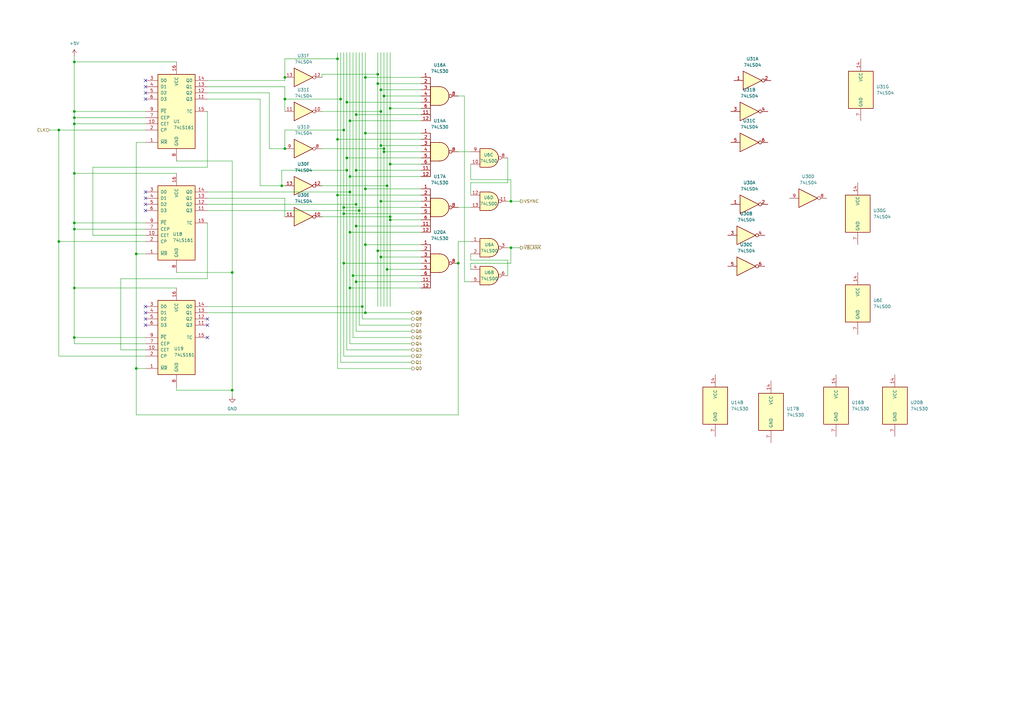
<source format=kicad_sch>
(kicad_sch (version 20250114) (generator "eeschema") (generator_version "9.0")
  (paper "A3")
  (title_block (title "Custom GPU") (date "2025-10-06") (rev "1"))
  (lib_symbols
    (symbol "74xx:74LS00" (pin_names (offset 1.016))
      (property "Reference" "U" (at 0 1.27 0))
      (property "Value" "74LS00" (at 0 -1.27 0))
      (symbol "74LS00_1_1"
        (arc (start 0 3.81) (mid 3.7934 0) (end 0 -3.81) (stroke (width 0.254)) (fill (type background)))
        (polyline (pts (xy 0 3.81) (xy -3.81 3.81) (xy -3.81 -3.81) (xy 0 -3.81)) (stroke (width 0.254)) (fill (type background)))
        (pin input line (at -7.62 2.54 0) (length 3.81) (name "~") (number "1"))
        (pin input line (at -7.62 -2.54 0) (length 3.81) (name "~") (number "2"))
        (pin output inverted (at 7.62 0 180) (length 3.81) (name "~") (number "3"))
      )
      (symbol "74LS00_1_2"
        (arc (start -3.81 3.81) (mid -2.589 0) (end -3.81 -3.81) (stroke (width 0.254)))
        (polyline (pts (xy -3.81 3.81) (xy -0.635 3.81)) (stroke (width 0.254)) (fill (type background)))
        (polyline (pts (xy -3.81 -3.81) (xy -0.635 -3.81)) (stroke (width 0.254)) (fill (type background)))
        (arc (start 3.81 0) (mid 2.1855 -2.584) (end -0.6096 -3.81) (stroke (width 0.254)) (fill (type background)))
        (arc (start -0.6096 3.81) (mid 2.1928 2.5924) (end 3.81 0) (stroke (width 0.254)) (fill (type background)))
        (polyline (pts (xy -0.635 3.81) (xy -3.81 3.81) (xy -3.81 3.81) (xy -3.556 3.4036) (xy -3.0226 2.2606) (xy -2.6924 1.0414) (xy -2.6162 -0.254) (xy -2.7686 -1.4986) (xy -3.175 -2.7178) (xy -3.81 -3.81) (xy -3.81 -3.81) (xy -0.635 -3.81)) (stroke (width -25.4)) (fill (type background)))
        (pin input inverted (at -7.62 2.54 0) (length 4.318) (name "~") (number "1"))
        (pin input inverted (at -7.62 -2.54 0) (length 4.318) (name "~") (number "2"))
        (pin output line (at 7.62 0 180) (length 3.81) (name "~") (number "3"))
      )
      (symbol "74LS00_2_1"
        (arc (start 0 3.81) (mid 3.7934 0) (end 0 -3.81) (stroke (width 0.254)) (fill (type background)))
        (polyline (pts (xy 0 3.81) (xy -3.81 3.81) (xy -3.81 -3.81) (xy 0 -3.81)) (stroke (width 0.254)) (fill (type background)))
        (pin input line (at -7.62 2.54 0) (length 3.81) (name "~") (number "4"))
        (pin input line (at -7.62 -2.54 0) (length 3.81) (name "~") (number "5"))
        (pin output inverted (at 7.62 0 180) (length 3.81) (name "~") (number "6"))
      )
      (symbol "74LS00_2_2"
        (arc (start -3.81 3.81) (mid -2.589 0) (end -3.81 -3.81) (stroke (width 0.254)))
        (polyline (pts (xy -3.81 3.81) (xy -0.635 3.81)) (stroke (width 0.254)) (fill (type background)))
        (polyline (pts (xy -3.81 -3.81) (xy -0.635 -3.81)) (stroke (width 0.254)) (fill (type background)))
        (arc (start 3.81 0) (mid 2.1855 -2.584) (end -0.6096 -3.81) (stroke (width 0.254)) (fill (type background)))
        (arc (start -0.6096 3.81) (mid 2.1928 2.5924) (end 3.81 0) (stroke (width 0.254)) (fill (type background)))
        (polyline (pts (xy -0.635 3.81) (xy -3.81 3.81) (xy -3.81 3.81) (xy -3.556 3.4036) (xy -3.0226 2.2606) (xy -2.6924 1.0414) (xy -2.6162 -0.254) (xy -2.7686 -1.4986) (xy -3.175 -2.7178) (xy -3.81 -3.81) (xy -3.81 -3.81) (xy -0.635 -3.81)) (stroke (width -25.4)) (fill (type background)))
        (pin input inverted (at -7.62 2.54 0) (length 4.318) (name "~") (number "4"))
        (pin input inverted (at -7.62 -2.54 0) (length 4.318) (name "~") (number "5"))
        (pin output line (at 7.62 0 180) (length 3.81) (name "~") (number "6"))
      )
      (symbol "74LS00_3_1"
        (arc (start 0 3.81) (mid 3.7934 0) (end 0 -3.81) (stroke (width 0.254)) (fill (type background)))
        (polyline (pts (xy 0 3.81) (xy -3.81 3.81) (xy -3.81 -3.81) (xy 0 -3.81)) (stroke (width 0.254)) (fill (type background)))
        (pin input line (at -7.62 2.54 0) (length 3.81) (name "~") (number "9"))
        (pin input line (at -7.62 -2.54 0) (length 3.81) (name "~") (number "10"))
        (pin output inverted (at 7.62 0 180) (length 3.81) (name "~") (number "8"))
      )
      (symbol "74LS00_3_2"
        (arc (start -3.81 3.81) (mid -2.589 0) (end -3.81 -3.81) (stroke (width 0.254)))
        (polyline (pts (xy -3.81 3.81) (xy -0.635 3.81)) (stroke (width 0.254)) (fill (type background)))
        (polyline (pts (xy -3.81 -3.81) (xy -0.635 -3.81)) (stroke (width 0.254)) (fill (type background)))
        (arc (start 3.81 0) (mid 2.1855 -2.584) (end -0.6096 -3.81) (stroke (width 0.254)) (fill (type background)))
        (arc (start -0.6096 3.81) (mid 2.1928 2.5924) (end 3.81 0) (stroke (width 0.254)) (fill (type background)))
        (polyline (pts (xy -0.635 3.81) (xy -3.81 3.81) (xy -3.81 3.81) (xy -3.556 3.4036) (xy -3.0226 2.2606) (xy -2.6924 1.0414) (xy -2.6162 -0.254) (xy -2.7686 -1.4986) (xy -3.175 -2.7178) (xy -3.81 -3.81) (xy -3.81 -3.81) (xy -0.635 -3.81)) (stroke (width -25.4)) (fill (type background)))
        (pin input inverted (at -7.62 2.54 0) (length 4.318) (name "~") (number "9"))
        (pin input inverted (at -7.62 -2.54 0) (length 4.318) (name "~") (number "10"))
        (pin output line (at 7.62 0 180) (length 3.81) (name "~") (number "8"))
      )
      (symbol "74LS00_4_1"
        (arc (start 0 3.81) (mid 3.7934 0) (end 0 -3.81) (stroke (width 0.254)) (fill (type background)))
        (polyline (pts (xy 0 3.81) (xy -3.81 3.81) (xy -3.81 -3.81) (xy 0 -3.81)) (stroke (width 0.254)) (fill (type background)))
        (pin input line (at -7.62 2.54 0) (length 3.81) (name "~") (number "12"))
        (pin input line (at -7.62 -2.54 0) (length 3.81) (name "~") (number "13"))
        (pin output inverted (at 7.62 0 180) (length 3.81) (name "~") (number "11"))
      )
      (symbol "74LS00_4_2"
        (arc (start -3.81 3.81) (mid -2.589 0) (end -3.81 -3.81) (stroke (width 0.254)))
        (polyline (pts (xy -3.81 3.81) (xy -0.635 3.81)) (stroke (width 0.254)) (fill (type background)))
        (polyline (pts (xy -3.81 -3.81) (xy -0.635 -3.81)) (stroke (width 0.254)) (fill (type background)))
        (arc (start 3.81 0) (mid 2.1855 -2.584) (end -0.6096 -3.81) (stroke (width 0.254)) (fill (type background)))
        (arc (start -0.6096 3.81) (mid 2.1928 2.5924) (end 3.81 0) (stroke (width 0.254)) (fill (type background)))
        (polyline (pts (xy -0.635 3.81) (xy -3.81 3.81) (xy -3.81 3.81) (xy -3.556 3.4036) (xy -3.0226 2.2606) (xy -2.6924 1.0414) (xy -2.6162 -0.254) (xy -2.7686 -1.4986) (xy -3.175 -2.7178) (xy -3.81 -3.81) (xy -3.81 -3.81) (xy -0.635 -3.81)) (stroke (width -25.4)) (fill (type background)))
        (pin input inverted (at -7.62 2.54 0) (length 4.318) (name "~") (number "12"))
        (pin input inverted (at -7.62 -2.54 0) (length 4.318) (name "~") (number "13"))
        (pin output line (at 7.62 0 180) (length 3.81) (name "~") (number "11"))
      )
      (symbol "74LS00_5_0"
        (pin power_in line (at 0 12.7 270) (length 5.08) (name "VCC") (number "14"))
        (pin power_in line (at 0 -12.7 90) (length 5.08) (name "GND") (number "7"))
      )
      (symbol "74LS00_5_1"
        (rectangle (start -5.08 7.62) (end 5.08 -7.62) (stroke (width 0.254)) (fill (type background)))
      )
    )
    (symbol "74xx:74LS04"
      (property "Reference" "U" (at 0 1.27 0))
      (property "Value" "74LS04" (at 0 -1.27 0))
      (symbol "74LS04_1_0"
        (polyline (pts (xy -3.81 3.81) (xy -3.81 -3.81) (xy 3.81 0) (xy -3.81 3.81)) (stroke (width 0.254)) (fill (type background)))
        (pin input line (at -7.62 0 0) (length 3.81) (name "~") (number "1"))
        (pin output inverted (at 7.62 0 180) (length 3.81) (name "~") (number "2"))
      )
      (symbol "74LS04_2_0"
        (polyline (pts (xy -3.81 3.81) (xy -3.81 -3.81) (xy 3.81 0) (xy -3.81 3.81)) (stroke (width 0.254)) (fill (type background)))
        (pin input line (at -7.62 0 0) (length 3.81) (name "~") (number "3"))
        (pin output inverted (at 7.62 0 180) (length 3.81) (name "~") (number "4"))
      )
      (symbol "74LS04_3_0"
        (polyline (pts (xy -3.81 3.81) (xy -3.81 -3.81) (xy 3.81 0) (xy -3.81 3.81)) (stroke (width 0.254)) (fill (type background)))
        (pin input line (at -7.62 0 0) (length 3.81) (name "~") (number "5"))
        (pin output inverted (at 7.62 0 180) (length 3.81) (name "~") (number "6"))
      )
      (symbol "74LS04_4_0"
        (polyline (pts (xy -3.81 3.81) (xy -3.81 -3.81) (xy 3.81 0) (xy -3.81 3.81)) (stroke (width 0.254)) (fill (type background)))
        (pin input line (at -7.62 0 0) (length 3.81) (name "~") (number "9"))
        (pin output inverted (at 7.62 0 180) (length 3.81) (name "~") (number "8"))
      )
      (symbol "74LS04_5_0"
        (polyline (pts (xy -3.81 3.81) (xy -3.81 -3.81) (xy 3.81 0) (xy -3.81 3.81)) (stroke (width 0.254)) (fill (type background)))
        (pin input line (at -7.62 0 0) (length 3.81) (name "~") (number "11"))
        (pin output inverted (at 7.62 0 180) (length 3.81) (name "~") (number "10"))
      )
      (symbol "74LS04_6_0"
        (polyline (pts (xy -3.81 3.81) (xy -3.81 -3.81) (xy 3.81 0) (xy -3.81 3.81)) (stroke (width 0.254)) (fill (type background)))
        (pin input line (at -7.62 0 0) (length 3.81) (name "~") (number "13"))
        (pin output inverted (at 7.62 0 180) (length 3.81) (name "~") (number "12"))
      )
      (symbol "74LS04_7_0"
        (pin power_in line (at 0 12.7 270) (length 5.08) (name "VCC") (number "14"))
        (pin power_in line (at 0 -12.7 90) (length 5.08) (name "GND") (number "7"))
      )
      (symbol "74LS04_7_1"
        (rectangle (start -5.08 7.62) (end 5.08 -7.62) (stroke (width 0.254)) (fill (type background)))
      )
    )
    (symbol "74xx:74LS161" (pin_names (offset 1.016))
      (property "Reference" "U" (at -7.62 16.51 0))
      (property "Value" "74LS161" (at -7.62 -16.51 0))
      (symbol "74LS161_1_0"
        (pin input line (at -12.7 12.7 0) (length 5.08) (name "D0") (number "3"))
        (pin input line (at -12.7 10.16 0) (length 5.08) (name "D1") (number "4"))
        (pin input line (at -12.7 7.62 0) (length 5.08) (name "D2") (number "5"))
        (pin input line (at -12.7 5.08 0) (length 5.08) (name "D3") (number "6"))
        (pin input line (at -12.7 0 0) (length 5.08) (name "~{PE}") (number "9"))
        (pin input line (at -12.7 -2.54 0) (length 5.08) (name "CEP") (number "7"))
        (pin input line (at -12.7 -5.08 0) (length 5.08) (name "CET") (number "10"))
        (pin input line (at -12.7 -7.62 0) (length 5.08) (name "CP") (number "2"))
        (pin input line (at -12.7 -12.7 0) (length 5.08) (name "~{MR}") (number "1"))
        (pin power_in line (at 0 20.32 270) (length 5.08) (name "VCC") (number "16"))
        (pin power_in line (at 0 -20.32 90) (length 5.08) (name "GND") (number "8"))
        (pin output line (at 12.7 12.7 180) (length 5.08) (name "Q0") (number "14"))
        (pin output line (at 12.7 10.16 180) (length 5.08) (name "Q1") (number "13"))
        (pin output line (at 12.7 7.62 180) (length 5.08) (name "Q2") (number "12"))
        (pin output line (at 12.7 5.08 180) (length 5.08) (name "Q3") (number "11"))
        (pin output line (at 12.7 0 180) (length 5.08) (name "TC") (number "15"))
      )
      (symbol "74LS161_1_1"
        (rectangle (start -7.62 15.24) (end 7.62 -15.24) (stroke (width 0.254)) (fill (type background)))
      )
    )
    (symbol "74xx:74LS30" (pin_names (offset 1.016))
      (property "Reference" "U" (at 0 1.27 0))
      (property "Value" "74LS30" (at 0 -1.27 0))
      (symbol "74LS30_1_1"
        (polyline (pts (xy -3.81 7.62) (xy -3.81 -10.16)) (stroke (width 0.254)))
        (arc (start 0 3.81) (mid 3.7934 0) (end 0 -3.81) (stroke (width 0.254)) (fill (type background)))
        (polyline (pts (xy 0 3.81) (xy -3.81 3.81) (xy -3.81 -3.81) (xy 0 -3.81)) (stroke (width 0.254)) (fill (type background)))
        (pin input line (at -7.62 7.62 0) (length 3.81) (name "~") (number "1"))
        (pin input line (at -7.62 5.08 0) (length 3.81) (name "~") (number "2"))
        (pin input line (at -7.62 2.54 0) (length 3.81) (name "~") (number "3"))
        (pin input line (at -7.62 0 0) (length 3.81) (name "~") (number "4"))
        (pin input line (at -7.62 -2.54 0) (length 3.81) (name "~") (number "5"))
        (pin input line (at -7.62 -5.08 0) (length 3.81) (name "~") (number "6"))
        (pin input line (at -7.62 -7.62 0) (length 3.81) (name "~") (number "11"))
        (pin input line (at -7.62 -10.16 0) (length 3.81) (name "~") (number "12"))
        (pin output inverted (at 7.62 0 180) (length 3.81) (name "~") (number "8"))
      )
      (symbol "74LS30_1_2"
        (arc (start -3.81 3.81) (mid -2.589 0) (end -3.81 -3.81) (stroke (width 0.254)))
        (polyline (pts (xy -3.81 7.62) (xy -3.81 3.81)) (stroke (width 0.254)))
        (polyline (pts (xy -3.81 3.81) (xy -0.635 3.81)) (stroke (width 0.254)) (fill (type background)))
        (polyline (pts (xy -3.81 -3.81) (xy -3.81 -10.16)) (stroke (width 0.254)))
        (polyline (pts (xy -3.81 -3.81) (xy -0.635 -3.81)) (stroke (width 0.254)) (fill (type background)))
        (arc (start 3.81 0) (mid 2.1855 -2.584) (end -0.6096 -3.81) (stroke (width 0.254)) (fill (type background)))
        (arc (start -0.6096 3.81) (mid 2.1928 2.5924) (end 3.81 0) (stroke (width 0.254)) (fill (type background)))
        (polyline (pts (xy -0.635 3.81) (xy -3.81 3.81) (xy -3.81 3.81) (xy -3.556 3.4036) (xy -3.0226 2.2606) (xy -2.6924 1.0414) (xy -2.6162 -0.254) (xy -2.7686 -1.4986) (xy -3.175 -2.7178) (xy -3.81 -3.81) (xy -3.81 -3.81) (xy -0.635 -3.81)) (stroke (width -25.4)) (fill (type background)))
        (pin input inverted (at -7.62 7.62 0) (length 3.81) (name "~") (number "1"))
        (pin input inverted (at -7.62 5.08 0) (length 3.81) (name "~") (number "2"))
        (pin input inverted (at -7.62 2.54 0) (length 4.5466) (name "~") (number "3"))
        (pin input inverted (at -7.62 0 0) (length 5.08) (name "~") (number "4"))
        (pin input inverted (at -7.62 -2.54 0) (length 4.5466) (name "~") (number "5"))
        (pin input inverted (at -7.62 -5.08 0) (length 3.81) (name "~") (number "6"))
        (pin input inverted (at -7.62 -7.62 0) (length 3.81) (name "~") (number "11"))
        (pin input inverted (at -7.62 -10.16 0) (length 3.81) (name "~") (number "12"))
        (pin output line (at 7.62 0 180) (length 3.81) (name "~") (number "8"))
      )
      (symbol "74LS30_2_0"
        (pin power_in line (at 0 12.7 270) (length 5.08) (name "VCC") (number "14"))
        (pin power_in line (at 0 -12.7 90) (length 5.08) (name "GND") (number "7"))
      )
      (symbol "74LS30_2_1"
        (rectangle (start -5.08 7.62) (end 5.08 -7.62) (stroke (width 0.254)) (fill (type background)))
      )
    )
    (symbol "power:+5V" (power) (pin_numbers (hide yes)) (pin_names (offset 0) (hide yes))
      (property "Value" "+5V" (at 0 3.556 0))
      (symbol "+5V_0_1"
        (polyline (pts (xy -0.762 1.27) (xy 0 2.54)))
        (polyline (pts (xy 0 2.54) (xy 0.762 1.27)))
        (polyline (pts (xy 0 0) (xy 0 2.54)))
      )
      (symbol "+5V_1_1"
        (pin power_in line (at 0 0 90) (length 0) (name "~") (number "1"))
      )
    )
    (symbol "power:GND" (power) (pin_numbers (hide yes)) (pin_names (offset 0) (hide yes))
      (property "Value" "GND" (at 0 -3.81 0))
      (symbol "GND_0_1"
        (polyline (pts (xy 0 0) (xy 0 -1.27) (xy 1.27 -1.27) (xy 0 -2.54) (xy -1.27 -1.27) (xy 0 -1.27)))
      )
      (symbol "GND_1_1"
        (pin power_in line (at 0 0 270) (length 0) (name "~") (number "1"))
      )
    )
  )
  (junction (at 142.24 41.91))
  (junction (at 116.84 60.96))
  (junction (at 156.21 36.83))
  (junction (at 157.48 60.96))
  (junction (at 30.48 50.8))
  (junction (at 140.97 85.09))
  (junction (at 143.51 118.11))
  (junction (at 30.48 91.44))
  (junction (at 30.48 45.72))
  (junction (at 138.43 80.01))
  (junction (at 142.24 64.77))
  (junction (at 156.21 59.69))
  (junction (at 209.55 82.55))
  (junction (at 209.55 101.6))
  (junction (at 55.88 104.14))
  (junction (at 138.43 57.15))
  (junction (at 24.13 53.34))
  (junction (at 158.75 110.49))
  (junction (at 95.25 160.02))
  (junction (at 147.32 86.36))
  (junction (at 139.7 40.64))
  (junction (at 144.78 113.03))
  (junction (at 143.51 95.25))
  (junction (at 154.94 102.87))
  (junction (at 156.21 82.55))
  (junction (at 142.24 69.85))
  (junction (at 116.84 31.75))
  (junction (at 156.21 45.72))
  (junction (at 146.05 92.71))
  (junction (at 146.05 83.82))
  (junction (at 157.48 39.37))
  (junction (at 148.59 125.73))
  (junction (at 138.43 24.13))
  (junction (at 140.97 107.95))
  (junction (at 30.48 138.43))
  (junction (at 154.94 34.29))
  (junction (at 160.02 67.31))
  (junction (at 30.48 71.12))
  (junction (at 116.84 40.64))
  (junction (at 160.02 88.9))
  (junction (at 95.25 111.76))
  (junction (at 30.48 118.11))
  (junction (at 55.88 151.13))
  (junction (at 115.57 76.2))
  (junction (at 160.02 90.17))
  (junction (at 149.86 77.47))
  (junction (at 146.05 46.99))
  (junction (at 30.48 25.4))
  (junction (at 146.05 115.57))
  (junction (at 149.86 128.27))
  (junction (at 160.02 44.45))
  (junction (at 24.13 99.06))
  (junction (at 146.05 69.85))
  (junction (at 143.51 49.53))
  (junction (at 149.86 100.33))
  (junction (at 149.86 31.75))
  (junction (at 30.48 48.26))
  (junction (at 140.97 87.63))
  (junction (at 158.75 76.2))
  (junction (at 149.86 54.61))
  (junction (at 140.97 53.34))
  (junction (at 143.51 72.39))
  (junction (at 154.94 30.48))
  (junction (at 187.96 107.95))
  (junction (at 30.48 93.98))
  (junction (at 156.21 105.41))
  (junction (at 157.48 62.23))
  (junction (at 143.51 78.74))
  (no_connect (at 59.69 38.1))
  (no_connect (at 85.09 133.35))
  (no_connect (at 59.69 86.36))
  (no_connect (at 85.09 130.81))
  (no_connect (at 59.69 81.28))
  (no_connect (at 59.69 83.82))
  (no_connect (at 59.69 128.27))
  (no_connect (at 59.69 33.02))
  (no_connect (at 59.69 35.56))
  (no_connect (at 59.69 130.81))
  (no_connect (at 85.09 138.43))
  (no_connect (at 59.69 40.64))
  (no_connect (at 59.69 125.73))
  (no_connect (at 59.69 133.35))
  (no_connect (at 59.69 78.74))
  (wire (pts (xy 187.96 39.37) (xy 190.5 39.37)))
  (wire (pts (xy 132.08 76.2) (xy 158.75 76.2)))
  (wire (pts (xy 209.55 82.55) (xy 213.36 82.55)))
  (wire (pts (xy 55.88 104.14) (xy 59.69 104.14)))
  (wire (pts (xy 140.97 107.95) (xy 172.72 107.95)))
  (wire (pts (xy 110.49 60.96) (xy 116.84 60.96)))
  (wire (pts (xy 143.51 95.25) (xy 143.51 118.11)))
  (wire (pts (xy 55.88 58.42) (xy 55.88 104.14)))
  (wire (pts (xy 85.09 114.3) (xy 49.53 114.3)))
  (wire (pts (xy 208.28 74.93) (xy 208.28 64.77)))
  (wire (pts (xy 146.05 69.85) (xy 172.72 69.85)))
  (wire (pts (xy 147.32 133.35) (xy 168.91 133.35)))
  (wire (pts (xy 30.48 25.4) (xy 30.48 22.86)))
  (wire (pts (xy 49.53 143.51) (xy 59.69 143.51)))
  (wire (pts (xy 85.09 33.02) (xy 116.84 33.02)))
  (wire (pts (xy 59.69 91.44) (xy 30.48 91.44)))
  (wire (pts (xy 138.43 21.59) (xy 138.43 24.13)))
  (wire (pts (xy 115.57 76.2) (xy 115.57 69.85)))
  (wire (pts (xy 209.55 101.6) (xy 209.55 107.95)))
  (wire (pts (xy 30.48 93.98) (xy 30.48 91.44)))
  (wire (pts (xy 30.48 91.44) (xy 30.48 71.12)))
  (wire (pts (xy 30.48 71.12) (xy 30.48 50.8)))
  (wire (pts (xy 157.48 60.96) (xy 157.48 62.23)))
  (wire (pts (xy 72.39 71.12) (xy 30.48 71.12)))
  (wire (pts (xy 158.75 21.59) (xy 158.75 76.2)))
  (wire (pts (xy 30.48 45.72) (xy 30.48 25.4)))
  (wire (pts (xy 143.51 72.39) (xy 143.51 78.74)))
  (wire (pts (xy 209.55 82.55) (xy 208.28 82.55)))
  (wire (pts (xy 160.02 67.31) (xy 160.02 88.9)))
  (wire (pts (xy 95.25 160.02) (xy 95.25 162.56)))
  (wire (pts (xy 59.69 48.26) (xy 30.48 48.26)))
  (wire (pts (xy 154.94 102.87) (xy 172.72 102.87)))
  (wire (pts (xy 156.21 105.41) (xy 172.72 105.41)))
  (wire (pts (xy 209.55 101.6) (xy 213.36 101.6)))
  (wire (pts (xy 148.59 21.59) (xy 148.59 125.73)))
  (wire (pts (xy 149.86 77.47) (xy 172.72 77.47)))
  (wire (pts (xy 30.48 48.26) (xy 30.48 45.72)))
  (wire (pts (xy 140.97 87.63) (xy 140.97 107.95)))
  (wire (pts (xy 146.05 46.99) (xy 146.05 69.85)))
  (wire (pts (xy 132.08 60.96) (xy 157.48 60.96)))
  (wire (pts (xy 95.25 160.02) (xy 72.39 160.02)))
  (wire (pts (xy 156.21 105.41) (xy 156.21 125.73)))
  (wire (pts (xy 146.05 21.59) (xy 146.05 46.99)))
  (wire (pts (xy 187.96 99.06) (xy 193.04 99.06)))
  (wire (pts (xy 158.75 110.49) (xy 158.75 125.73)))
  (wire (pts (xy 157.48 39.37) (xy 157.48 60.96)))
  (wire (pts (xy 85.09 83.82) (xy 146.05 83.82)))
  (wire (pts (xy 146.05 92.71) (xy 172.72 92.71)))
  (wire (pts (xy 168.91 138.43) (xy 144.78 138.43)))
  (wire (pts (xy 143.51 49.53) (xy 172.72 49.53)))
  (wire (pts (xy 55.88 151.13) (xy 55.88 170.18)))
  (wire (pts (xy 193.04 106.68) (xy 208.28 106.68)))
  (wire (pts (xy 30.48 138.43) (xy 30.48 140.97)))
  (wire (pts (xy 160.02 90.17) (xy 160.02 125.73)))
  (wire (pts (xy 143.51 49.53) (xy 143.51 72.39)))
  (wire (pts (xy 140.97 85.09) (xy 140.97 87.63)))
  (wire (pts (xy 209.55 107.95) (xy 193.04 107.95)))
  (wire (pts (xy 154.94 34.29) (xy 154.94 102.87)))
  (wire (pts (xy 138.43 24.13) (xy 138.43 57.15)))
  (wire (pts (xy 193.04 74.93) (xy 208.28 74.93)))
  (wire (pts (xy 160.02 88.9) (xy 160.02 90.17)))
  (wire (pts (xy 72.39 158.75) (xy 72.39 160.02)))
  (wire (pts (xy 144.78 21.59) (xy 144.78 113.03)))
  (wire (pts (xy 20.32 53.34) (xy 24.13 53.34)))
  (wire (pts (xy 193.04 80.01) (xy 193.04 74.93)))
  (wire (pts (xy 24.13 99.06) (xy 59.69 99.06)))
  (wire (pts (xy 146.05 69.85) (xy 146.05 83.82)))
  (wire (pts (xy 193.04 107.95) (xy 193.04 110.49)))
  (wire (pts (xy 85.09 128.27) (xy 149.86 128.27)))
  (wire (pts (xy 146.05 115.57) (xy 146.05 135.89)))
  (wire (pts (xy 157.48 21.59) (xy 157.48 39.37)))
  (wire (pts (xy 149.86 54.61) (xy 172.72 54.61)))
  (wire (pts (xy 139.7 40.64) (xy 139.7 148.59)))
  (wire (pts (xy 149.86 128.27) (xy 168.91 128.27)))
  (wire (pts (xy 149.86 100.33) (xy 149.86 128.27)))
  (wire (pts (xy 55.88 104.14) (xy 55.88 151.13)))
  (wire (pts (xy 149.86 77.47) (xy 149.86 100.33)))
  (wire (pts (xy 160.02 44.45) (xy 172.72 44.45)))
  (wire (pts (xy 85.09 38.1) (xy 110.49 38.1)))
  (wire (pts (xy 106.68 40.64) (xy 106.68 76.2)))
  (wire (pts (xy 147.32 21.59) (xy 147.32 86.36)))
  (wire (pts (xy 110.49 38.1) (xy 110.49 60.96)))
  (wire (pts (xy 95.25 111.76) (xy 95.25 160.02)))
  (wire (pts (xy 72.39 66.04) (xy 95.25 66.04)))
  (wire (pts (xy 49.53 114.3) (xy 49.53 143.51)))
  (wire (pts (xy 132.08 31.75) (xy 132.08 30.48)))
  (wire (pts (xy 85.09 81.28) (xy 116.84 81.28)))
  (wire (pts (xy 143.51 95.25) (xy 172.72 95.25)))
  (wire (pts (xy 138.43 57.15) (xy 138.43 80.01)))
  (wire (pts (xy 148.59 125.73) (xy 148.59 130.81)))
  (wire (pts (xy 116.84 24.13) (xy 138.43 24.13)))
  (wire (pts (xy 157.48 39.37) (xy 172.72 39.37)))
  (wire (pts (xy 85.09 35.56) (xy 116.84 35.56)))
  (wire (pts (xy 55.88 170.18) (xy 187.96 170.18)))
  (wire (pts (xy 30.48 118.11) (xy 30.48 138.43)))
  (wire (pts (xy 59.69 45.72) (xy 30.48 45.72)))
  (wire (pts (xy 209.55 73.66) (xy 209.55 82.55)))
  (wire (pts (xy 154.94 21.59) (xy 154.94 30.48)))
  (wire (pts (xy 59.69 93.98) (xy 30.48 93.98)))
  (wire (pts (xy 193.04 73.66) (xy 209.55 73.66)))
  (wire (pts (xy 140.97 21.59) (xy 140.97 53.34)))
  (wire (pts (xy 148.59 130.81) (xy 168.91 130.81)))
  (wire (pts (xy 143.51 21.59) (xy 143.51 49.53)))
  (wire (pts (xy 160.02 44.45) (xy 160.02 67.31)))
  (wire (pts (xy 116.84 31.75) (xy 116.84 24.13)))
  (wire (pts (xy 24.13 53.34) (xy 59.69 53.34)))
  (wire (pts (xy 24.13 146.05) (xy 59.69 146.05)))
  (wire (pts (xy 187.96 62.23) (xy 193.04 62.23)))
  (wire (pts (xy 85.09 125.73) (xy 148.59 125.73)))
  (wire (pts (xy 140.97 85.09) (xy 172.72 85.09)))
  (wire (pts (xy 156.21 82.55) (xy 172.72 82.55)))
  (wire (pts (xy 59.69 50.8) (xy 30.48 50.8)))
  (wire (pts (xy 142.24 21.59) (xy 142.24 41.91)))
  (wire (pts (xy 140.97 87.63) (xy 172.72 87.63)))
  (wire (pts (xy 149.86 54.61) (xy 149.86 77.47)))
  (wire (pts (xy 24.13 53.34) (xy 24.13 99.06)))
  (wire (pts (xy 85.09 91.44) (xy 85.09 114.3)))
  (wire (pts (xy 30.48 50.8) (xy 30.48 48.26)))
  (wire (pts (xy 187.96 85.09) (xy 193.04 85.09)))
  (wire (pts (xy 158.75 110.49) (xy 172.72 110.49)))
  (wire (pts (xy 140.97 146.05) (xy 168.91 146.05)))
  (wire (pts (xy 140.97 53.34) (xy 140.97 85.09)))
  (wire (pts (xy 187.96 170.18) (xy 187.96 107.95)))
  (wire (pts (xy 146.05 92.71) (xy 146.05 115.57)))
  (wire (pts (xy 160.02 21.59) (xy 160.02 44.45)))
  (wire (pts (xy 160.02 67.31) (xy 172.72 67.31)))
  (wire (pts (xy 156.21 36.83) (xy 172.72 36.83)))
  (wire (pts (xy 154.94 102.87) (xy 154.94 125.73)))
  (wire (pts (xy 190.5 115.57) (xy 193.04 115.57)))
  (wire (pts (xy 115.57 69.85) (xy 142.24 69.85)))
  (wire (pts (xy 156.21 45.72) (xy 156.21 59.69)))
  (wire (pts (xy 143.51 118.11) (xy 143.51 140.97)))
  (wire (pts (xy 149.86 31.75) (xy 172.72 31.75)))
  (wire (pts (xy 168.91 151.13) (xy 138.43 151.13)))
  (wire (pts (xy 168.91 143.51) (xy 142.24 143.51)))
  (wire (pts (xy 142.24 64.77) (xy 172.72 64.77)))
  (wire (pts (xy 144.78 113.03) (xy 144.78 138.43)))
  (wire (pts (xy 144.78 113.03) (xy 172.72 113.03)))
  (wire (pts (xy 138.43 57.15) (xy 172.72 57.15)))
  (wire (pts (xy 72.39 25.4) (xy 30.48 25.4)))
  (wire (pts (xy 132.08 45.72) (xy 156.21 45.72)))
  (wire (pts (xy 142.24 69.85) (xy 142.24 143.51)))
  (wire (pts (xy 30.48 118.11) (xy 72.39 118.11)))
  (wire (pts (xy 146.05 83.82) (xy 146.05 92.71)))
  (wire (pts (xy 149.86 100.33) (xy 172.72 100.33)))
  (wire (pts (xy 160.02 90.17) (xy 172.72 90.17)))
  (wire (pts (xy 85.09 68.58) (xy 38.1 68.58)))
  (wire (pts (xy 142.24 64.77) (xy 142.24 69.85)))
  (wire (pts (xy 156.21 59.69) (xy 156.21 82.55)))
  (wire (pts (xy 115.57 76.2) (xy 116.84 76.2)))
  (wire (pts (xy 146.05 135.89) (xy 168.91 135.89)))
  (wire (pts (xy 143.51 78.74) (xy 143.51 95.25)))
  (wire (pts (xy 132.08 30.48) (xy 154.94 30.48)))
  (wire (pts (xy 156.21 36.83) (xy 156.21 45.72)))
  (wire (pts (xy 146.05 46.99) (xy 172.72 46.99)))
  (wire (pts (xy 154.94 30.48) (xy 154.94 34.29)))
  (wire (pts (xy 59.69 140.97) (xy 30.48 140.97)))
  (wire (pts (xy 208.28 106.68) (xy 208.28 113.03)))
  (wire (pts (xy 187.96 107.95) (xy 187.96 99.06)))
  (wire (pts (xy 132.08 88.9) (xy 160.02 88.9)))
  (wire (pts (xy 38.1 96.52) (xy 59.69 96.52)))
  (wire (pts (xy 85.09 78.74) (xy 143.51 78.74)))
  (wire (pts (xy 158.75 76.2) (xy 158.75 110.49)))
  (wire (pts (xy 193.04 67.31) (xy 193.04 73.66)))
  (wire (pts (xy 116.84 81.28) (xy 116.84 88.9)))
  (wire (pts (xy 85.09 40.64) (xy 106.68 40.64)))
  (wire (pts (xy 208.28 101.6) (xy 209.55 101.6)))
  (wire (pts (xy 116.84 33.02) (xy 116.84 31.75)))
  (wire (pts (xy 149.86 31.75) (xy 149.86 54.61)))
  (wire (pts (xy 193.04 104.14) (xy 193.04 106.68)))
  (wire (pts (xy 143.51 118.11) (xy 172.72 118.11)))
  (wire (pts (xy 143.51 140.97) (xy 168.91 140.97)))
  (wire (pts (xy 146.05 115.57) (xy 172.72 115.57)))
  (wire (pts (xy 116.84 40.64) (xy 116.84 45.72)))
  (wire (pts (xy 24.13 99.06) (xy 24.13 146.05)))
  (wire (pts (xy 154.94 34.29) (xy 172.72 34.29)))
  (wire (pts (xy 95.25 66.04) (xy 95.25 111.76)))
  (wire (pts (xy 156.21 21.59) (xy 156.21 36.83)))
  (wire (pts (xy 140.97 107.95) (xy 140.97 146.05)))
  (wire (pts (xy 116.84 60.96) (xy 116.84 53.34)))
  (wire (pts (xy 59.69 58.42) (xy 55.88 58.42)))
  (wire (pts (xy 190.5 39.37) (xy 190.5 115.57)))
  (wire (pts (xy 139.7 21.59) (xy 139.7 40.64)))
  (wire (pts (xy 116.84 53.34) (xy 140.97 53.34)))
  (wire (pts (xy 147.32 86.36) (xy 147.32 133.35)))
  (wire (pts (xy 138.43 80.01) (xy 172.72 80.01)))
  (wire (pts (xy 157.48 62.23) (xy 172.72 62.23)))
  (wire (pts (xy 30.48 93.98) (xy 30.48 118.11)))
  (wire (pts (xy 157.48 62.23) (xy 157.48 125.73)))
  (wire (pts (xy 72.39 111.76) (xy 95.25 111.76)))
  (wire (pts (xy 138.43 80.01) (xy 138.43 151.13)))
  (wire (pts (xy 142.24 41.91) (xy 172.72 41.91)))
  (wire (pts (xy 116.84 40.64) (xy 139.7 40.64)))
  (wire (pts (xy 139.7 148.59) (xy 168.91 148.59)))
  (wire (pts (xy 156.21 82.55) (xy 156.21 105.41)))
  (wire (pts (xy 106.68 76.2) (xy 115.57 76.2)))
  (wire (pts (xy 85.09 45.72) (xy 85.09 68.58)))
  (wire (pts (xy 59.69 138.43) (xy 30.48 138.43)))
  (wire (pts (xy 85.09 86.36) (xy 147.32 86.36)))
  (wire (pts (xy 156.21 59.69) (xy 172.72 59.69)))
  (wire (pts (xy 38.1 68.58) (xy 38.1 96.52)))
  (wire (pts (xy 142.24 41.91) (xy 142.24 64.77)))
  (wire (pts (xy 143.51 72.39) (xy 172.72 72.39)))
  (wire (pts (xy 55.88 151.13) (xy 59.69 151.13)))
  (wire (pts (xy 116.84 35.56) (xy 116.84 40.64)))
  (wire (pts (xy 149.86 21.59) (xy 149.86 31.75)))
  (hierarchical_label "Q3" (shape output) (at 168.91 143.51 0))
  (hierarchical_label "Q1" (shape output) (at 168.91 148.59 0))
  (hierarchical_label "Q8" (shape output) (at 168.91 130.81 0))
  (hierarchical_label "Q7" (shape output) (at 168.91 133.35 0))
  (hierarchical_label "VSYNC" (shape output) (at 213.36 82.55 0))
  (hierarchical_label "Q2" (shape output) (at 168.91 146.05 0))
  (hierarchical_label "Q5" (shape output) (at 168.91 138.43 0))
  (hierarchical_label "CLK" (shape input) (at 20.32 53.34 180))
  (hierarchical_label "Q0" (shape output) (at 168.91 151.13 0))
  (hierarchical_label "Q6" (shape output) (at 168.91 135.89 0))
  (hierarchical_label "Q4" (shape output) (at 168.91 140.97 0))
  (hierarchical_label "Q9" (shape output) (at 168.91 128.27 0))
  (hierarchical_label "~{VBLANK}" (shape output) (at 213.36 101.6 0))
  (symbol (lib_id "74xx:74LS161") (at 72.39 45.72 0) (unit 1)
    (property "Reference" "U1" (at 71.12 49.784 0) (effects (justify left)))
    (property "Value" "74LS161" (at 71.12 52.324 0) (effects (justify left)))
    (property "Datasheet" "http://www.ti.com/lit/gpn/sn74LS161" (effects (hide yes)))
    (property "Description" "Synchronous 4-bit programmable binary Counter" (effects (hide yes)))
  )
  (symbol (lib_id "74xx:74LS04") (at 307.34 83.82 0) (unit 1)
    (property "Reference" "U30" (at 307.34 74.93 0))
    (property "Value" "74LS04" (at 307.34 77.47 0))
    (property "Datasheet" "http://www.ti.com/lit/gpn/sn74LS04" (effects (hide yes)))
    (property "Description" "Hex Inverter" (effects (hide yes)))
  )
  (symbol (lib_id "74xx:74LS00") (at 200.66 64.77 0) (unit 3)
    (property "Reference" "U6" (at 200.406 63.5 0))
    (property "Value" "74LS00" (at 200.406 66.04 0))
    (property "Datasheet" "http://www.ti.com/lit/gpn/sn74ls00" (effects (hide yes)))
    (property "Description" "quad 2-input NAND gate" (effects (hide yes)))
  )
  (symbol (lib_id "74xx:74LS04") (at 308.61 33.02 0) (unit 1)
    (property "Reference" "U31" (at 308.61 24.13 0))
    (property "Value" "74LS04" (at 308.61 26.67 0))
    (property "Datasheet" "http://www.ti.com/lit/gpn/sn74LS04" (effects (hide yes)))
    (property "Description" "Hex Inverter" (effects (hide yes)))
  )
  (symbol (lib_id "74xx:74LS00") (at 200.66 82.55 0) (unit 4)
    (property "Reference" "U6" (at 200.406 81.026 0))
    (property "Value" "74LS00" (at 200.406 83.566 0))
    (property "Datasheet" "http://www.ti.com/lit/gpn/sn74ls00" (effects (hide yes)))
    (property "Description" "quad 2-input NAND gate" (effects (hide yes)))
  )
  (symbol (lib_id "74xx:74LS30") (at 367.03 166.37 0) (unit 2)
    (property "Reference" "U20" (at 373.38 165.0999 0) (effects (justify left)))
    (property "Value" "74LS30" (at 373.38 167.6399 0) (effects (justify left)))
    (property "Datasheet" "http://www.ti.com/lit/gpn/sn74LS30" (effects (hide yes)))
    (property "Description" "8-input NAND" (effects (hide yes)))
  )
  (symbol (lib_id "74xx:74LS04") (at 124.46 45.72 0) (unit 5)
    (property "Reference" "U31" (at 124.46 36.83 0))
    (property "Value" "74LS04" (at 124.46 39.37 0))
    (property "Datasheet" "http://www.ti.com/lit/gpn/sn74LS04" (effects (hide yes)))
    (property "Description" "Hex Inverter" (effects (hide yes)))
  )
  (symbol (lib_id "power:+5V") (at 30.48 22.86 0) (unit 1)
    (property "Reference" "#PWR01" (effects (hide yes)))
    (property "Value" "+5V" (at 30.48 17.78 0))
    (property "Description" "Power symbol creates a global label with name \"+5V\"" (effects (hide yes)))
  )
  (symbol (lib_id "74xx:74LS04") (at 351.79 87.63 0) (unit 7)
    (property "Reference" "U30" (at 358.14 86.3599 0) (effects (justify left)))
    (property "Value" "74LS04" (at 358.14 88.8999 0) (effects (justify left)))
    (property "Datasheet" "http://www.ti.com/lit/gpn/sn74LS04" (effects (hide yes)))
    (property "Description" "Hex Inverter" (effects (hide yes)))
  )
  (symbol (lib_id "74xx:74LS30") (at 180.34 62.23 0) (unit 1)
    (property "Reference" "U14" (at 180.3317 49.53 0))
    (property "Value" "74LS30" (at 180.3317 52.07 0))
    (property "Datasheet" "http://www.ti.com/lit/gpn/sn74LS30" (effects (hide yes)))
    (property "Description" "8-input NAND" (effects (hide yes)))
  )
  (symbol (lib_id "74xx:74LS04") (at 124.46 76.2 0) (unit 6)
    (property "Reference" "U30" (at 124.46 67.31 0))
    (property "Value" "74LS04" (at 124.46 69.85 0))
    (property "Datasheet" "http://www.ti.com/lit/gpn/sn74LS04" (effects (hide yes)))
    (property "Description" "Hex Inverter" (effects (hide yes)))
  )
  (symbol (lib_id "74xx:74LS04") (at 124.46 31.75 0) (unit 6)
    (property "Reference" "U31" (at 124.46 22.86 0))
    (property "Value" "74LS04" (at 124.46 25.4 0))
    (property "Datasheet" "http://www.ti.com/lit/gpn/sn74LS04" (effects (hide yes)))
    (property "Description" "Hex Inverter" (effects (hide yes)))
  )
  (symbol (lib_id "74xx:74LS04") (at 331.47 81.28 0) (unit 4)
    (property "Reference" "U30" (at 331.47 72.39 0))
    (property "Value" "74LS04" (at 331.47 74.93 0))
    (property "Datasheet" "http://www.ti.com/lit/gpn/sn74LS04" (effects (hide yes)))
    (property "Description" "Hex Inverter" (effects (hide yes)))
  )
  (symbol (lib_id "74xx:74LS30") (at 180.34 39.37 0) (unit 1)
    (property "Reference" "U16" (at 180.3317 26.67 0))
    (property "Value" "74LS30" (at 180.3317 29.21 0))
    (property "Datasheet" "http://www.ti.com/lit/gpn/sn74LS30" (effects (hide yes)))
    (property "Description" "8-input NAND" (effects (hide yes)))
  )
  (symbol (lib_id "74xx:74LS30") (at 180.34 85.09 0) (unit 1)
    (property "Reference" "U17" (at 180.3317 72.39 0))
    (property "Value" "74LS30" (at 180.3317 74.93 0))
    (property "Datasheet" "http://www.ti.com/lit/gpn/sn74LS30" (effects (hide yes)))
    (property "Description" "8-input NAND" (effects (hide yes)))
  )
  (symbol (lib_id "74xx:74LS30") (at 316.23 168.91 0) (unit 2)
    (property "Reference" "U17" (at 322.58 167.6399 0) (effects (justify left)))
    (property "Value" "74LS30" (at 322.58 170.1799 0) (effects (justify left)))
    (property "Datasheet" "http://www.ti.com/lit/gpn/sn74LS30" (effects (hide yes)))
    (property "Description" "8-input NAND" (effects (hide yes)))
  )
  (symbol (lib_id "74xx:74LS00") (at 200.66 101.6 0) (unit 1)
    (property "Reference" "U6" (at 200.66 100.33 0))
    (property "Value" "74LS00" (at 200.66 102.87 0))
    (property "Datasheet" "http://www.ti.com/lit/gpn/sn74ls00" (effects (hide yes)))
    (property "Description" "quad 2-input NAND gate" (effects (hide yes)))
  )
  (symbol (lib_id "74xx:74LS161") (at 72.39 138.43 0) (unit 1)
    (property "Reference" "U19" (at 71.374 143.002 0) (effects (justify left)))
    (property "Value" "74LS161" (at 71.374 145.542 0) (effects (justify left)))
    (property "Datasheet" "http://www.ti.com/lit/gpn/sn74LS161" (effects (hide yes)))
    (property "Description" "Synchronous 4-bit programmable binary Counter" (effects (hide yes)))
  )
  (symbol (lib_id "74xx:74LS161") (at 72.39 91.44 0) (unit 1)
    (property "Reference" "U18" (at 70.866 96.012 0) (effects (justify left)))
    (property "Value" "74LS161" (at 70.866 98.552 0) (effects (justify left)))
    (property "Datasheet" "http://www.ti.com/lit/gpn/sn74LS161" (effects (hide yes)))
    (property "Description" "Synchronous 4-bit programmable binary Counter" (effects (hide yes)))
  )
  (symbol (lib_id "74xx:74LS04") (at 306.07 109.22 0) (unit 3)
    (property "Reference" "U30" (at 306.07 100.33 0))
    (property "Value" "74LS04" (at 306.07 102.87 0))
    (property "Datasheet" "http://www.ti.com/lit/gpn/sn74LS04" (effects (hide yes)))
    (property "Description" "Hex Inverter" (effects (hide yes)))
  )
  (symbol (lib_id "74xx:74LS30") (at 293.37 166.37 0) (unit 2)
    (property "Reference" "U14" (at 299.72 165.0999 0) (effects (justify left)))
    (property "Value" "74LS30" (at 299.72 167.6399 0) (effects (justify left)))
    (property "Datasheet" "http://www.ti.com/lit/gpn/sn74LS30" (effects (hide yes)))
    (property "Description" "8-input NAND" (effects (hide yes)))
  )
  (symbol (lib_id "power:GND") (at 95.25 162.56 0) (unit 1)
    (property "Reference" "#PWR02" (effects (hide yes)))
    (property "Value" "GND" (at 95.25 167.64 0))
    (property "Description" "Power symbol creates a global label with name \"GND\" , ground" (effects (hide yes)))
  )
  (symbol (lib_id "74xx:74LS04") (at 353.06 36.83 0) (unit 7)
    (property "Reference" "U31" (at 359.41 35.5599 0) (effects (justify left)))
    (property "Value" "74LS04" (at 359.41 38.0999 0) (effects (justify left)))
    (property "Datasheet" "http://www.ti.com/lit/gpn/sn74LS04" (effects (hide yes)))
    (property "Description" "Hex Inverter" (effects (hide yes)))
  )
  (symbol (lib_id "74xx:74LS30") (at 342.9 166.37 0) (unit 2)
    (property "Reference" "U16" (at 349.25 165.0999 0) (effects (justify left)))
    (property "Value" "74LS30" (at 349.25 167.6399 0) (effects (justify left)))
    (property "Datasheet" "http://www.ti.com/lit/gpn/sn74LS30" (effects (hide yes)))
    (property "Description" "8-input NAND" (effects (hide yes)))
  )
  (symbol (lib_id "74xx:74LS00") (at 351.79 124.46 0) (unit 5)
    (property "Reference" "U6" (at 358.14 123.1899 0) (effects (justify left)))
    (property "Value" "74LS00" (at 358.14 125.7299 0) (effects (justify left)))
    (property "Datasheet" "http://www.ti.com/lit/gpn/sn74ls00" (effects (hide yes)))
    (property "Description" "quad 2-input NAND gate" (effects (hide yes)))
  )
  (symbol (lib_id "74xx:74LS04") (at 124.46 88.9 0) (unit 5)
    (property "Reference" "U30" (at 124.46 80.01 0))
    (property "Value" "74LS04" (at 124.46 82.55 0))
    (property "Datasheet" "http://www.ti.com/lit/gpn/sn74LS04" (effects (hide yes)))
    (property "Description" "Hex Inverter" (effects (hide yes)))
  )
  (symbol (lib_id "74xx:74LS04") (at 124.46 60.96 0) (unit 4)
    (property "Reference" "U31" (at 124.46 52.07 0))
    (property "Value" "74LS04" (at 124.46 54.61 0))
    (property "Datasheet" "http://www.ti.com/lit/gpn/sn74LS04" (effects (hide yes)))
    (property "Description" "Hex Inverter" (effects (hide yes)))
  )
  (symbol (lib_id "74xx:74LS04") (at 307.34 45.72 0) (unit 2)
    (property "Reference" "U31" (at 307.34 36.83 0))
    (property "Value" "74LS04" (at 307.34 39.37 0))
    (property "Datasheet" "http://www.ti.com/lit/gpn/sn74LS04" (effects (hide yes)))
    (property "Description" "Hex Inverter" (effects (hide yes)))
  )
  (symbol (lib_id "74xx:74LS30") (at 180.34 107.95 0) (unit 1)
    (property "Reference" "U20" (at 180.3317 95.25 0))
    (property "Value" "74LS30" (at 180.3317 97.79 0))
    (property "Datasheet" "http://www.ti.com/lit/gpn/sn74LS30" (effects (hide yes)))
    (property "Description" "8-input NAND" (effects (hide yes)))
  )
  (symbol (lib_id "74xx:74LS04") (at 307.34 58.42 0) (unit 3)
    (property "Reference" "U31" (at 307.34 49.53 0))
    (property "Value" "74LS04" (at 307.34 52.07 0))
    (property "Datasheet" "http://www.ti.com/lit/gpn/sn74LS04" (effects (hide yes)))
    (property "Description" "Hex Inverter" (effects (hide yes)))
  )
  (symbol (lib_id "74xx:74LS00") (at 200.66 113.03 0) (unit 2)
    (property "Reference" "U6" (at 200.66 111.76 0))
    (property "Value" "74LS00" (at 200.66 114.3 0))
    (property "Datasheet" "http://www.ti.com/lit/gpn/sn74ls00" (effects (hide yes)))
    (property "Description" "quad 2-input NAND gate" (effects (hide yes)))
  )
  (symbol (lib_id "74xx:74LS04") (at 306.07 96.52 0) (unit 2)
    (property "Reference" "U30" (at 306.07 87.63 0))
    (property "Value" "74LS04" (at 306.07 90.17 0))
    (property "Datasheet" "http://www.ti.com/lit/gpn/sn74LS04" (effects (hide yes)))
    (property "Description" "Hex Inverter" (effects (hide yes)))
  )
)
</source>
